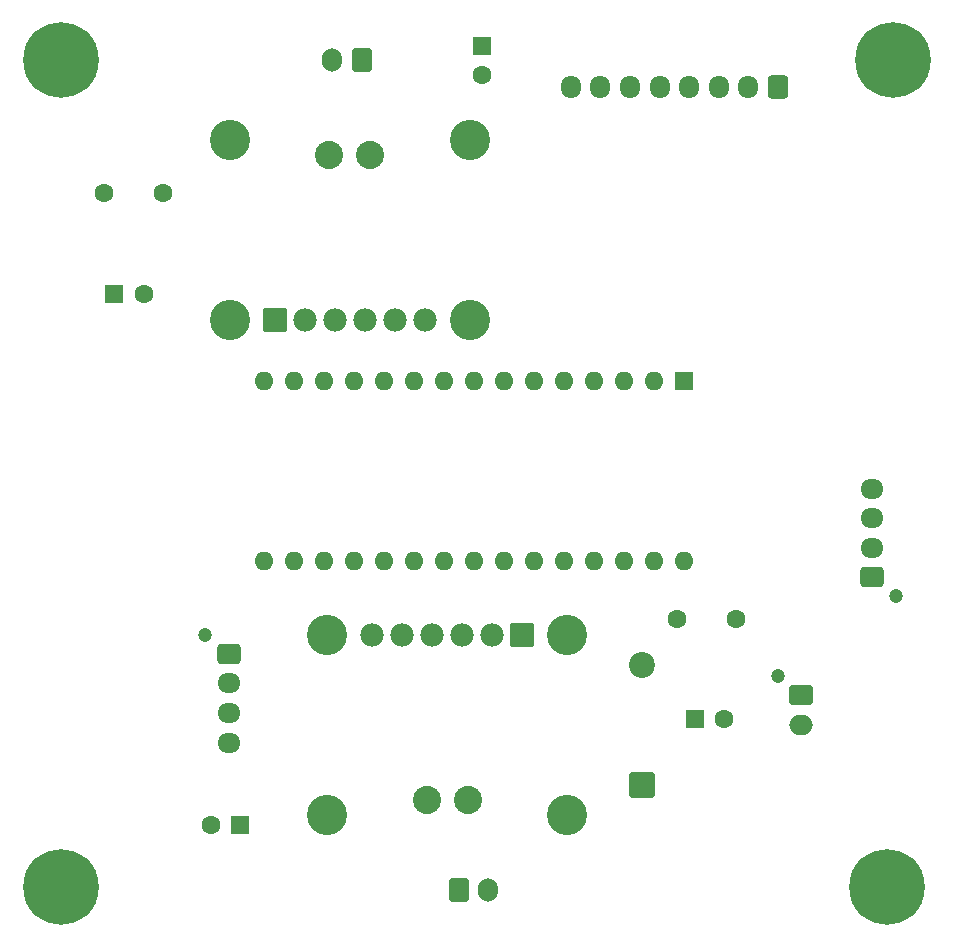
<source format=gbr>
%TF.GenerationSoftware,KiCad,Pcbnew,9.0.4*%
%TF.CreationDate,2025-10-27T02:22:18+05:45*%
%TF.ProjectId,CubeSat_STEM_Board,43756265-5361-4745-9f53-54454d5f426f,rev?*%
%TF.SameCoordinates,Original*%
%TF.FileFunction,Soldermask,Top*%
%TF.FilePolarity,Negative*%
%FSLAX46Y46*%
G04 Gerber Fmt 4.6, Leading zero omitted, Abs format (unit mm)*
G04 Created by KiCad (PCBNEW 9.0.4) date 2025-10-27 02:22:18*
%MOMM*%
%LPD*%
G01*
G04 APERTURE LIST*
G04 Aperture macros list*
%AMRoundRect*
0 Rectangle with rounded corners*
0 $1 Rounding radius*
0 $2 $3 $4 $5 $6 $7 $8 $9 X,Y pos of 4 corners*
0 Add a 4 corners polygon primitive as box body*
4,1,4,$2,$3,$4,$5,$6,$7,$8,$9,$2,$3,0*
0 Add four circle primitives for the rounded corners*
1,1,$1+$1,$2,$3*
1,1,$1+$1,$4,$5*
1,1,$1+$1,$6,$7*
1,1,$1+$1,$8,$9*
0 Add four rect primitives between the rounded corners*
20,1,$1+$1,$2,$3,$4,$5,0*
20,1,$1+$1,$4,$5,$6,$7,0*
20,1,$1+$1,$6,$7,$8,$9,0*
20,1,$1+$1,$8,$9,$2,$3,0*%
G04 Aperture macros list end*
%ADD10C,0.800000*%
%ADD11C,6.400000*%
%ADD12RoundRect,0.102000X0.889000X0.889000X-0.889000X0.889000X-0.889000X-0.889000X0.889000X-0.889000X0*%
%ADD13C,1.982000*%
%ADD14C,3.404000*%
%ADD15C,2.388400*%
%ADD16RoundRect,0.250000X0.600000X0.725000X-0.600000X0.725000X-0.600000X-0.725000X0.600000X-0.725000X0*%
%ADD17O,1.700000X1.950000*%
%ADD18RoundRect,0.250000X0.600000X0.750000X-0.600000X0.750000X-0.600000X-0.750000X0.600000X-0.750000X0*%
%ADD19O,1.700000X2.000000*%
%ADD20C,1.600000*%
%ADD21R,1.600000X1.600000*%
%ADD22O,1.600000X1.600000*%
%ADD23RoundRect,0.250000X-0.550000X-0.550000X0.550000X-0.550000X0.550000X0.550000X-0.550000X0.550000X0*%
%ADD24RoundRect,0.250000X-0.550000X0.550000X-0.550000X-0.550000X0.550000X-0.550000X0.550000X0.550000X0*%
%ADD25RoundRect,0.249999X0.850001X-0.850001X0.850001X0.850001X-0.850001X0.850001X-0.850001X-0.850001X0*%
%ADD26C,2.200000*%
%ADD27RoundRect,0.102000X-0.889000X-0.889000X0.889000X-0.889000X0.889000X0.889000X-0.889000X0.889000X0*%
%ADD28C,1.200000*%
%ADD29RoundRect,0.250000X0.725000X-0.600000X0.725000X0.600000X-0.725000X0.600000X-0.725000X-0.600000X0*%
%ADD30O,1.950000X1.700000*%
%ADD31RoundRect,0.250000X-0.600000X-0.750000X0.600000X-0.750000X0.600000X0.750000X-0.600000X0.750000X0*%
%ADD32RoundRect,0.250000X0.550000X0.550000X-0.550000X0.550000X-0.550000X-0.550000X0.550000X-0.550000X0*%
%ADD33RoundRect,0.250000X-0.725000X0.600000X-0.725000X-0.600000X0.725000X-0.600000X0.725000X0.600000X0*%
%ADD34RoundRect,0.250000X-0.750000X0.600000X-0.750000X-0.600000X0.750000X-0.600000X0.750000X0.600000X0*%
%ADD35O,2.000000X1.700000*%
G04 APERTURE END LIST*
D10*
%TO.C,REF\u002A\u002A*%
X113885000Y-125700000D03*
X114587944Y-124002944D03*
X114587944Y-127397056D03*
X116285000Y-123300000D03*
D11*
X116285000Y-125700000D03*
D10*
X116285000Y-128100000D03*
X117982056Y-124002944D03*
X117982056Y-127397056D03*
X118685000Y-125700000D03*
%TD*%
%TO.C,REF\u002A\u002A*%
X113885000Y-55700000D03*
X114587944Y-54002944D03*
X114587944Y-57397056D03*
X116285000Y-53300000D03*
D11*
X116285000Y-55700000D03*
D10*
X116285000Y-58100000D03*
X117982056Y-54002944D03*
X117982056Y-57397056D03*
X118685000Y-55700000D03*
%TD*%
%TO.C,REF\u002A\u002A*%
X183885000Y-125700000D03*
X184587944Y-124002944D03*
X184587944Y-127397056D03*
X186285000Y-123300000D03*
D11*
X186285000Y-125700000D03*
D10*
X186285000Y-128100000D03*
X187982056Y-124002944D03*
X187982056Y-127397056D03*
X188685000Y-125700000D03*
%TD*%
D12*
%TO.C,IAN2*%
X155350000Y-104380000D03*
D13*
X152810000Y-104380000D03*
X150270000Y-104380000D03*
X147730000Y-104380000D03*
X145190000Y-104380000D03*
X142650000Y-104380000D03*
D14*
X159160000Y-119620000D03*
X138840000Y-119620000D03*
X159160000Y-104380000D03*
X138840000Y-104380000D03*
D15*
X147300000Y-118350000D03*
X150800000Y-118350000D03*
%TD*%
D16*
%TO.C,J6*%
X177000000Y-58000000D03*
D17*
X174500000Y-58000000D03*
X172000000Y-58000000D03*
X169500000Y-58000000D03*
X167000000Y-58000000D03*
X164500000Y-58000000D03*
X162000000Y-58000000D03*
X159500000Y-58000000D03*
%TD*%
D18*
%TO.C,J2*%
X141785000Y-55700000D03*
D19*
X139285000Y-55700000D03*
%TD*%
D20*
%TO.C,C2*%
X120000000Y-67000000D03*
X125000000Y-67000000D03*
%TD*%
D10*
%TO.C,REF\u002A\u002A*%
X184385000Y-55700000D03*
X185087944Y-54002944D03*
X185087944Y-57397056D03*
X186785000Y-53300000D03*
D11*
X186785000Y-55700000D03*
D10*
X186785000Y-58100000D03*
X188482056Y-54002944D03*
X188482056Y-57397056D03*
X189185000Y-55700000D03*
%TD*%
D21*
%TO.C,A1*%
X169050000Y-82890000D03*
D22*
X166510000Y-82890000D03*
X163970000Y-82890000D03*
X161430000Y-82890000D03*
X158890000Y-82890000D03*
X156350000Y-82890000D03*
X153810000Y-82890000D03*
X151270000Y-82890000D03*
X148730000Y-82890000D03*
X146190000Y-82890000D03*
X143650000Y-82890000D03*
X141110000Y-82890000D03*
X138570000Y-82890000D03*
X136030000Y-82890000D03*
X133490000Y-82890000D03*
X133490000Y-98130000D03*
X136030000Y-98130000D03*
X138570000Y-98130000D03*
X141110000Y-98130000D03*
X143650000Y-98130000D03*
X146190000Y-98130000D03*
X148730000Y-98130000D03*
X151270000Y-98130000D03*
X153810000Y-98130000D03*
X156350000Y-98130000D03*
X158890000Y-98130000D03*
X161430000Y-98130000D03*
X163970000Y-98130000D03*
X166510000Y-98130000D03*
X169050000Y-98130000D03*
%TD*%
D23*
%TO.C,C5*%
X170000000Y-111500000D03*
D20*
X172500000Y-111500000D03*
%TD*%
D24*
%TO.C,C6*%
X152000000Y-54500000D03*
D20*
X152000000Y-57000000D03*
%TD*%
D25*
%TO.C,D1*%
X165500000Y-117080000D03*
D26*
X165500000Y-106920000D03*
%TD*%
D27*
%TO.C,IAN1*%
X134435000Y-77700000D03*
D13*
X136975000Y-77700000D03*
X139515000Y-77700000D03*
X142055000Y-77700000D03*
X144595000Y-77700000D03*
X147135000Y-77700000D03*
D14*
X130625000Y-62460000D03*
X150945000Y-62460000D03*
X130625000Y-77700000D03*
X150945000Y-77700000D03*
D15*
X142485000Y-63730000D03*
X138985000Y-63730000D03*
%TD*%
D23*
%TO.C,C4*%
X120817621Y-75500000D03*
D20*
X123317621Y-75500000D03*
%TD*%
D28*
%TO.C,J5*%
X187000000Y-101100000D03*
D29*
X185000000Y-99500000D03*
D30*
X185000000Y-97000000D03*
X185000000Y-94500000D03*
X185000000Y-92000000D03*
%TD*%
D31*
%TO.C,J3*%
X150000000Y-126000000D03*
D19*
X152500000Y-126000000D03*
%TD*%
D20*
%TO.C,C3*%
X168500000Y-103000000D03*
X173500000Y-103000000D03*
%TD*%
D32*
%TO.C,C1*%
X131500000Y-120500000D03*
D20*
X129000000Y-120500000D03*
%TD*%
D28*
%TO.C,J1*%
X128525000Y-104400000D03*
D33*
X130525000Y-106000000D03*
D30*
X130525000Y-108500000D03*
X130525000Y-111000000D03*
X130525000Y-113500000D03*
%TD*%
D28*
%TO.C,J4*%
X177000000Y-107900000D03*
D34*
X179000000Y-109500000D03*
D35*
X179000000Y-112000000D03*
%TD*%
M02*

</source>
